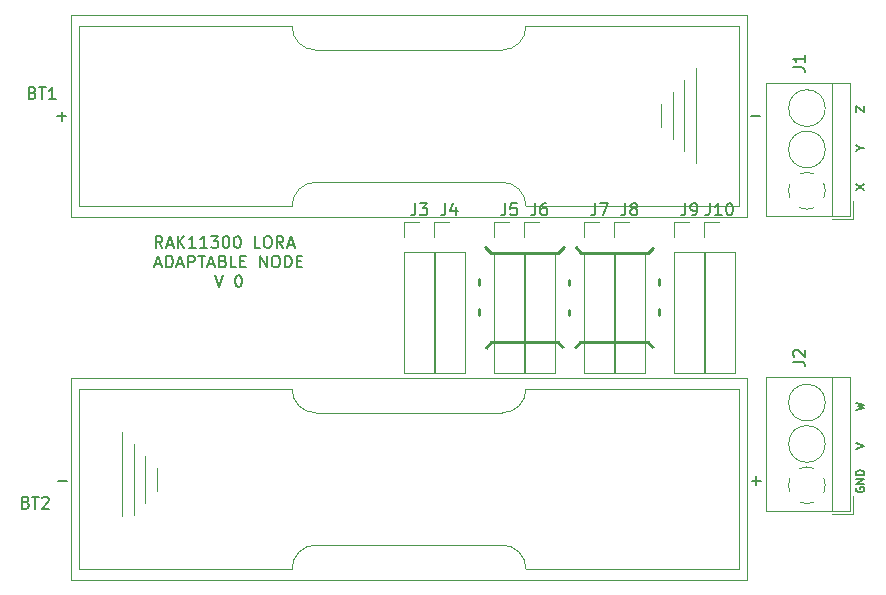
<source format=gbr>
G04 #@! TF.GenerationSoftware,KiCad,Pcbnew,5.1.5+dfsg1-2build2*
G04 #@! TF.CreationDate,2021-12-11T20:18:00-05:00*
G04 #@! TF.ProjectId,RAK11300_LORA_ADAPTABLE_NODE,52414b31-3133-4303-905f-4c4f52415f41,rev?*
G04 #@! TF.SameCoordinates,Original*
G04 #@! TF.FileFunction,Legend,Top*
G04 #@! TF.FilePolarity,Positive*
%FSLAX46Y46*%
G04 Gerber Fmt 4.6, Leading zero omitted, Abs format (unit mm)*
G04 Created by KiCad (PCBNEW 5.1.5+dfsg1-2build2) date 2021-12-11 20:18:00*
%MOMM*%
%LPD*%
G04 APERTURE LIST*
%ADD10C,0.250000*%
%ADD11C,0.150000*%
%ADD12C,0.120000*%
%ADD13C,1.802000*%
%ADD14R,2.102000X2.102000*%
%ADD15C,2.102000*%
%ADD16C,2.742000*%
%ADD17O,1.802000X1.802000*%
%ADD18C,2.502000*%
%ADD19R,2.502000X2.502000*%
%ADD20C,3.102000*%
G04 APERTURE END LIST*
D10*
X150774400Y-120637300D02*
X150317200Y-120180100D01*
X156870400Y-120205500D02*
X156413200Y-120662700D01*
X156438600Y-120637300D02*
X150736300Y-120637300D01*
X149301200Y-120180100D02*
X148844000Y-120637300D01*
X148856700Y-120637300D02*
X143154400Y-120637300D01*
X143129000Y-120637300D02*
X142671800Y-120180100D01*
X156895800Y-128689100D02*
X156438600Y-128231900D01*
X149288500Y-128689100D02*
X148831300Y-128231900D01*
X150736300Y-128231900D02*
X150279100Y-128689100D01*
X143154400Y-128231900D02*
X142697200Y-128689100D01*
X156451300Y-128231900D02*
X150749000Y-128231900D01*
X148844000Y-128231900D02*
X143141700Y-128231900D01*
X157416500Y-125450600D02*
X157416500Y-125933200D01*
X157416500Y-122910600D02*
X157416500Y-123393200D01*
X149796500Y-125463300D02*
X149796500Y-125945900D01*
X149796500Y-122923300D02*
X149796500Y-123405900D01*
X142176500Y-125450600D02*
X142176500Y-125933200D01*
X142176500Y-122910600D02*
X142176500Y-123393200D01*
D11*
X174075000Y-140526666D02*
X174041666Y-140593333D01*
X174041666Y-140693333D01*
X174075000Y-140793333D01*
X174141666Y-140860000D01*
X174208333Y-140893333D01*
X174341666Y-140926666D01*
X174441666Y-140926666D01*
X174575000Y-140893333D01*
X174641666Y-140860000D01*
X174708333Y-140793333D01*
X174741666Y-140693333D01*
X174741666Y-140626666D01*
X174708333Y-140526666D01*
X174675000Y-140493333D01*
X174441666Y-140493333D01*
X174441666Y-140626666D01*
X174741666Y-140193333D02*
X174041666Y-140193333D01*
X174741666Y-139793333D01*
X174041666Y-139793333D01*
X174741666Y-139460000D02*
X174041666Y-139460000D01*
X174041666Y-139293333D01*
X174075000Y-139193333D01*
X174141666Y-139126666D01*
X174208333Y-139093333D01*
X174341666Y-139060000D01*
X174441666Y-139060000D01*
X174575000Y-139093333D01*
X174641666Y-139126666D01*
X174708333Y-139193333D01*
X174741666Y-139293333D01*
X174741666Y-139460000D01*
X174041666Y-137260000D02*
X174741666Y-137026666D01*
X174041666Y-136793333D01*
X174041666Y-133960000D02*
X174741666Y-133793333D01*
X174241666Y-133660000D01*
X174741666Y-133526666D01*
X174041666Y-133360000D01*
X174041666Y-115293333D02*
X174741666Y-114826666D01*
X174041666Y-114826666D02*
X174741666Y-115293333D01*
X174408333Y-111760000D02*
X174741666Y-111760000D01*
X174041666Y-111993333D02*
X174408333Y-111760000D01*
X174041666Y-111526666D01*
X174041666Y-108693333D02*
X174041666Y-108226666D01*
X174741666Y-108693333D01*
X174741666Y-108226666D01*
X115348452Y-120239780D02*
X115015119Y-119763590D01*
X114777023Y-120239780D02*
X114777023Y-119239780D01*
X115157976Y-119239780D01*
X115253214Y-119287400D01*
X115300833Y-119335019D01*
X115348452Y-119430257D01*
X115348452Y-119573114D01*
X115300833Y-119668352D01*
X115253214Y-119715971D01*
X115157976Y-119763590D01*
X114777023Y-119763590D01*
X115729404Y-119954066D02*
X116205595Y-119954066D01*
X115634166Y-120239780D02*
X115967500Y-119239780D01*
X116300833Y-120239780D01*
X116634166Y-120239780D02*
X116634166Y-119239780D01*
X117205595Y-120239780D02*
X116777023Y-119668352D01*
X117205595Y-119239780D02*
X116634166Y-119811209D01*
X118157976Y-120239780D02*
X117586547Y-120239780D01*
X117872261Y-120239780D02*
X117872261Y-119239780D01*
X117777023Y-119382638D01*
X117681785Y-119477876D01*
X117586547Y-119525495D01*
X119110357Y-120239780D02*
X118538928Y-120239780D01*
X118824642Y-120239780D02*
X118824642Y-119239780D01*
X118729404Y-119382638D01*
X118634166Y-119477876D01*
X118538928Y-119525495D01*
X119443690Y-119239780D02*
X120062738Y-119239780D01*
X119729404Y-119620733D01*
X119872261Y-119620733D01*
X119967500Y-119668352D01*
X120015119Y-119715971D01*
X120062738Y-119811209D01*
X120062738Y-120049304D01*
X120015119Y-120144542D01*
X119967500Y-120192161D01*
X119872261Y-120239780D01*
X119586547Y-120239780D01*
X119491309Y-120192161D01*
X119443690Y-120144542D01*
X120681785Y-119239780D02*
X120777023Y-119239780D01*
X120872261Y-119287400D01*
X120919880Y-119335019D01*
X120967500Y-119430257D01*
X121015119Y-119620733D01*
X121015119Y-119858828D01*
X120967500Y-120049304D01*
X120919880Y-120144542D01*
X120872261Y-120192161D01*
X120777023Y-120239780D01*
X120681785Y-120239780D01*
X120586547Y-120192161D01*
X120538928Y-120144542D01*
X120491309Y-120049304D01*
X120443690Y-119858828D01*
X120443690Y-119620733D01*
X120491309Y-119430257D01*
X120538928Y-119335019D01*
X120586547Y-119287400D01*
X120681785Y-119239780D01*
X121634166Y-119239780D02*
X121729404Y-119239780D01*
X121824642Y-119287400D01*
X121872261Y-119335019D01*
X121919880Y-119430257D01*
X121967500Y-119620733D01*
X121967500Y-119858828D01*
X121919880Y-120049304D01*
X121872261Y-120144542D01*
X121824642Y-120192161D01*
X121729404Y-120239780D01*
X121634166Y-120239780D01*
X121538928Y-120192161D01*
X121491309Y-120144542D01*
X121443690Y-120049304D01*
X121396071Y-119858828D01*
X121396071Y-119620733D01*
X121443690Y-119430257D01*
X121491309Y-119335019D01*
X121538928Y-119287400D01*
X121634166Y-119239780D01*
X123634166Y-120239780D02*
X123157976Y-120239780D01*
X123157976Y-119239780D01*
X124157976Y-119239780D02*
X124348452Y-119239780D01*
X124443690Y-119287400D01*
X124538928Y-119382638D01*
X124586547Y-119573114D01*
X124586547Y-119906447D01*
X124538928Y-120096923D01*
X124443690Y-120192161D01*
X124348452Y-120239780D01*
X124157976Y-120239780D01*
X124062738Y-120192161D01*
X123967500Y-120096923D01*
X123919880Y-119906447D01*
X123919880Y-119573114D01*
X123967500Y-119382638D01*
X124062738Y-119287400D01*
X124157976Y-119239780D01*
X125586547Y-120239780D02*
X125253214Y-119763590D01*
X125015119Y-120239780D02*
X125015119Y-119239780D01*
X125396071Y-119239780D01*
X125491309Y-119287400D01*
X125538928Y-119335019D01*
X125586547Y-119430257D01*
X125586547Y-119573114D01*
X125538928Y-119668352D01*
X125491309Y-119715971D01*
X125396071Y-119763590D01*
X125015119Y-119763590D01*
X125967500Y-119954066D02*
X126443690Y-119954066D01*
X125872261Y-120239780D02*
X126205595Y-119239780D01*
X126538928Y-120239780D01*
X114753214Y-121604066D02*
X115229404Y-121604066D01*
X114657976Y-121889780D02*
X114991309Y-120889780D01*
X115324642Y-121889780D01*
X115657976Y-121889780D02*
X115657976Y-120889780D01*
X115896071Y-120889780D01*
X116038928Y-120937400D01*
X116134166Y-121032638D01*
X116181785Y-121127876D01*
X116229404Y-121318352D01*
X116229404Y-121461209D01*
X116181785Y-121651685D01*
X116134166Y-121746923D01*
X116038928Y-121842161D01*
X115896071Y-121889780D01*
X115657976Y-121889780D01*
X116610357Y-121604066D02*
X117086547Y-121604066D01*
X116515119Y-121889780D02*
X116848452Y-120889780D01*
X117181785Y-121889780D01*
X117515119Y-121889780D02*
X117515119Y-120889780D01*
X117896071Y-120889780D01*
X117991309Y-120937400D01*
X118038928Y-120985019D01*
X118086547Y-121080257D01*
X118086547Y-121223114D01*
X118038928Y-121318352D01*
X117991309Y-121365971D01*
X117896071Y-121413590D01*
X117515119Y-121413590D01*
X118372261Y-120889780D02*
X118943690Y-120889780D01*
X118657976Y-121889780D02*
X118657976Y-120889780D01*
X119229404Y-121604066D02*
X119705595Y-121604066D01*
X119134166Y-121889780D02*
X119467500Y-120889780D01*
X119800833Y-121889780D01*
X120467500Y-121365971D02*
X120610357Y-121413590D01*
X120657976Y-121461209D01*
X120705595Y-121556447D01*
X120705595Y-121699304D01*
X120657976Y-121794542D01*
X120610357Y-121842161D01*
X120515119Y-121889780D01*
X120134166Y-121889780D01*
X120134166Y-120889780D01*
X120467500Y-120889780D01*
X120562738Y-120937400D01*
X120610357Y-120985019D01*
X120657976Y-121080257D01*
X120657976Y-121175495D01*
X120610357Y-121270733D01*
X120562738Y-121318352D01*
X120467500Y-121365971D01*
X120134166Y-121365971D01*
X121610357Y-121889780D02*
X121134166Y-121889780D01*
X121134166Y-120889780D01*
X121943690Y-121365971D02*
X122277023Y-121365971D01*
X122419880Y-121889780D02*
X121943690Y-121889780D01*
X121943690Y-120889780D01*
X122419880Y-120889780D01*
X123610357Y-121889780D02*
X123610357Y-120889780D01*
X124181785Y-121889780D01*
X124181785Y-120889780D01*
X124848452Y-120889780D02*
X125038928Y-120889780D01*
X125134166Y-120937400D01*
X125229404Y-121032638D01*
X125277023Y-121223114D01*
X125277023Y-121556447D01*
X125229404Y-121746923D01*
X125134166Y-121842161D01*
X125038928Y-121889780D01*
X124848452Y-121889780D01*
X124753214Y-121842161D01*
X124657976Y-121746923D01*
X124610357Y-121556447D01*
X124610357Y-121223114D01*
X124657976Y-121032638D01*
X124753214Y-120937400D01*
X124848452Y-120889780D01*
X125705595Y-121889780D02*
X125705595Y-120889780D01*
X125943690Y-120889780D01*
X126086547Y-120937400D01*
X126181785Y-121032638D01*
X126229404Y-121127876D01*
X126277023Y-121318352D01*
X126277023Y-121461209D01*
X126229404Y-121651685D01*
X126181785Y-121746923D01*
X126086547Y-121842161D01*
X125943690Y-121889780D01*
X125705595Y-121889780D01*
X126705595Y-121365971D02*
X127038928Y-121365971D01*
X127181785Y-121889780D02*
X126705595Y-121889780D01*
X126705595Y-120889780D01*
X127181785Y-120889780D01*
X119777023Y-122539780D02*
X120110357Y-123539780D01*
X120443690Y-122539780D01*
X121729404Y-122539780D02*
X121824642Y-122539780D01*
X121919880Y-122587400D01*
X121967500Y-122635019D01*
X122015119Y-122730257D01*
X122062738Y-122920733D01*
X122062738Y-123158828D01*
X122015119Y-123349304D01*
X121967500Y-123444542D01*
X121919880Y-123492161D01*
X121824642Y-123539780D01*
X121729404Y-123539780D01*
X121634166Y-123492161D01*
X121586547Y-123444542D01*
X121538928Y-123349304D01*
X121491309Y-123158828D01*
X121491309Y-122920733D01*
X121538928Y-122730257D01*
X121586547Y-122635019D01*
X121634166Y-122587400D01*
X121729404Y-122539780D01*
D12*
X113910000Y-141860000D02*
X113910000Y-137860000D01*
X112910000Y-136860000D02*
X112910000Y-142860000D01*
X111910000Y-143860000D02*
X111910000Y-135860000D01*
X114910000Y-140860000D02*
X114910000Y-138860000D01*
X107600000Y-148365000D02*
X107600000Y-131235000D01*
X107600000Y-131235000D02*
X164840000Y-131235000D01*
X164840000Y-131235000D02*
X164840000Y-148365000D01*
X164840000Y-148365000D02*
X107600000Y-148365000D01*
X164120000Y-147400000D02*
X164120000Y-132200000D01*
X164120000Y-132200000D02*
X146120000Y-132200000D01*
X108320000Y-147400000D02*
X108320000Y-132200000D01*
X164120000Y-147400000D02*
X146120000Y-147400000D01*
X126320000Y-147400000D02*
X108320000Y-147400000D01*
X126320000Y-132200000D02*
X108320000Y-132200000D01*
X146120000Y-132200000D02*
G75*
G02X144120000Y-134200000I-2000000J0D01*
G01*
X128320000Y-134200000D02*
G75*
G02X126320000Y-132200000I0J2000000D01*
G01*
X126320000Y-147400000D02*
G75*
G02X128320000Y-145400000I2000000J0D01*
G01*
X144120000Y-145400000D02*
G75*
G02X146120000Y-147400000I0J-2000000D01*
G01*
X144120000Y-145400000D02*
X128320000Y-145400000D01*
X128320000Y-134200000D02*
X144120000Y-134200000D01*
X158625000Y-118015000D02*
X159955000Y-118015000D01*
X158625000Y-119345000D02*
X158625000Y-118015000D01*
X158625000Y-120615000D02*
X161285000Y-120615000D01*
X161285000Y-120615000D02*
X161285000Y-130835000D01*
X158625000Y-120615000D02*
X158625000Y-130835000D01*
X158625000Y-130835000D02*
X161285000Y-130835000D01*
X153545000Y-118015000D02*
X154875000Y-118015000D01*
X153545000Y-119345000D02*
X153545000Y-118015000D01*
X153545000Y-120615000D02*
X156205000Y-120615000D01*
X156205000Y-120615000D02*
X156205000Y-130835000D01*
X153545000Y-120615000D02*
X153545000Y-130835000D01*
X153545000Y-130835000D02*
X156205000Y-130835000D01*
X151005000Y-118015000D02*
X152335000Y-118015000D01*
X151005000Y-119345000D02*
X151005000Y-118015000D01*
X151005000Y-120615000D02*
X153665000Y-120615000D01*
X153665000Y-120615000D02*
X153665000Y-130835000D01*
X151005000Y-120615000D02*
X151005000Y-130835000D01*
X151005000Y-130835000D02*
X153665000Y-130835000D01*
X145925000Y-118015000D02*
X147255000Y-118015000D01*
X145925000Y-119345000D02*
X145925000Y-118015000D01*
X145925000Y-120615000D02*
X148585000Y-120615000D01*
X148585000Y-120615000D02*
X148585000Y-130835000D01*
X145925000Y-120615000D02*
X145925000Y-130835000D01*
X145925000Y-130835000D02*
X148585000Y-130835000D01*
X143385000Y-118015000D02*
X144715000Y-118015000D01*
X143385000Y-119345000D02*
X143385000Y-118015000D01*
X143385000Y-120615000D02*
X146045000Y-120615000D01*
X146045000Y-120615000D02*
X146045000Y-130835000D01*
X143385000Y-120615000D02*
X143385000Y-130835000D01*
X143385000Y-130835000D02*
X146045000Y-130835000D01*
X138305000Y-118015000D02*
X139635000Y-118015000D01*
X138305000Y-119345000D02*
X138305000Y-118015000D01*
X138305000Y-120615000D02*
X140965000Y-120615000D01*
X140965000Y-120615000D02*
X140965000Y-130835000D01*
X138305000Y-120615000D02*
X138305000Y-130835000D01*
X138305000Y-130835000D02*
X140965000Y-130835000D01*
X135765000Y-118015000D02*
X137095000Y-118015000D01*
X135765000Y-119345000D02*
X135765000Y-118015000D01*
X135765000Y-120615000D02*
X138425000Y-120615000D01*
X138425000Y-120615000D02*
X138425000Y-130835000D01*
X135765000Y-120615000D02*
X135765000Y-130835000D01*
X135765000Y-130835000D02*
X138425000Y-130835000D01*
X161165000Y-118015000D02*
X162495000Y-118015000D01*
X161165000Y-119345000D02*
X161165000Y-118015000D01*
X161165000Y-120615000D02*
X163825000Y-120615000D01*
X163825000Y-120615000D02*
X163825000Y-130835000D01*
X161165000Y-120615000D02*
X161165000Y-130835000D01*
X161165000Y-130835000D02*
X163825000Y-130835000D01*
X173810000Y-117800000D02*
X173810000Y-116300000D01*
X172070000Y-117800000D02*
X173810000Y-117800000D01*
X166450000Y-106240000D02*
X173570000Y-106240000D01*
X166450000Y-117560000D02*
X173570000Y-117560000D01*
X173570000Y-117560000D02*
X173570000Y-106240000D01*
X166450000Y-117560000D02*
X166450000Y-106240000D01*
X172010000Y-117560000D02*
X172010000Y-106240000D01*
X171465000Y-108400000D02*
G75*
G03X171465000Y-108400000I-1555000J0D01*
G01*
X171465000Y-111900000D02*
G75*
G03X171465000Y-111900000I-1555000J0D01*
G01*
X171465492Y-115372989D02*
G75*
G02X171342000Y-116008000I-1555492J-27011D01*
G01*
X170517742Y-116832109D02*
G75*
G02X169302000Y-116832000I-607742J1432109D01*
G01*
X168477891Y-116007742D02*
G75*
G02X168478000Y-114792000I1432109J607742D01*
G01*
X169302258Y-113967891D02*
G75*
G02X170518000Y-113968000I607742J-1432109D01*
G01*
X171341385Y-114792413D02*
G75*
G02X171465000Y-115400000I-1431385J-607587D01*
G01*
X158530000Y-107025000D02*
X158530000Y-111025000D01*
X159530000Y-112025000D02*
X159530000Y-106025000D01*
X160530000Y-105025000D02*
X160530000Y-113025000D01*
X157530000Y-108025000D02*
X157530000Y-110025000D01*
X164840000Y-100520000D02*
X164840000Y-117650000D01*
X164840000Y-117650000D02*
X107600000Y-117650000D01*
X107600000Y-117650000D02*
X107600000Y-100520000D01*
X107600000Y-100520000D02*
X164840000Y-100520000D01*
X108320000Y-101485000D02*
X108320000Y-116685000D01*
X108320000Y-116685000D02*
X126320000Y-116685000D01*
X164120000Y-101485000D02*
X164120000Y-116685000D01*
X108320000Y-101485000D02*
X126320000Y-101485000D01*
X146120000Y-101485000D02*
X164120000Y-101485000D01*
X146120000Y-116685000D02*
X164120000Y-116685000D01*
X126320000Y-116685000D02*
G75*
G02X128320000Y-114685000I2000000J0D01*
G01*
X144120000Y-114685000D02*
G75*
G02X146120000Y-116685000I0J-2000000D01*
G01*
X146120000Y-101485000D02*
G75*
G02X144120000Y-103485000I-2000000J0D01*
G01*
X128320000Y-103485000D02*
G75*
G02X126320000Y-101485000I0J2000000D01*
G01*
X128320000Y-103485000D02*
X144120000Y-103485000D01*
X144120000Y-114685000D02*
X128320000Y-114685000D01*
X173810000Y-142735000D02*
X173810000Y-141235000D01*
X172070000Y-142735000D02*
X173810000Y-142735000D01*
X166450000Y-131175000D02*
X173570000Y-131175000D01*
X166450000Y-142495000D02*
X173570000Y-142495000D01*
X173570000Y-142495000D02*
X173570000Y-131175000D01*
X166450000Y-142495000D02*
X166450000Y-131175000D01*
X172010000Y-142495000D02*
X172010000Y-131175000D01*
X171465000Y-133335000D02*
G75*
G03X171465000Y-133335000I-1555000J0D01*
G01*
X171465000Y-136835000D02*
G75*
G03X171465000Y-136835000I-1555000J0D01*
G01*
X171465492Y-140307989D02*
G75*
G02X171342000Y-140943000I-1555492J-27011D01*
G01*
X170517742Y-141767109D02*
G75*
G02X169302000Y-141767000I-607742J1432109D01*
G01*
X168477891Y-140942742D02*
G75*
G02X168478000Y-139727000I1432109J607742D01*
G01*
X169302258Y-138902891D02*
G75*
G02X170518000Y-138903000I607742J-1432109D01*
G01*
X171341385Y-139727413D02*
G75*
G02X171465000Y-140335000I-1431385J-607587D01*
G01*
D11*
X103786085Y-141787571D02*
X103928942Y-141835190D01*
X103976561Y-141882809D01*
X104024180Y-141978047D01*
X104024180Y-142120904D01*
X103976561Y-142216142D01*
X103928942Y-142263761D01*
X103833704Y-142311380D01*
X103452752Y-142311380D01*
X103452752Y-141311380D01*
X103786085Y-141311380D01*
X103881323Y-141359000D01*
X103928942Y-141406619D01*
X103976561Y-141501857D01*
X103976561Y-141597095D01*
X103928942Y-141692333D01*
X103881323Y-141739952D01*
X103786085Y-141787571D01*
X103452752Y-141787571D01*
X104309895Y-141311380D02*
X104881323Y-141311380D01*
X104595609Y-142311380D02*
X104595609Y-141311380D01*
X105167038Y-141406619D02*
X105214657Y-141359000D01*
X105309895Y-141311380D01*
X105547990Y-141311380D01*
X105643228Y-141359000D01*
X105690847Y-141406619D01*
X105738466Y-141501857D01*
X105738466Y-141597095D01*
X105690847Y-141739952D01*
X105119419Y-142311380D01*
X105738466Y-142311380D01*
X165239047Y-139931428D02*
X166000952Y-139931428D01*
X165620000Y-140312380D02*
X165620000Y-139550476D01*
X106469047Y-139931428D02*
X107230952Y-139931428D01*
X159621666Y-116467380D02*
X159621666Y-117181666D01*
X159574047Y-117324523D01*
X159478809Y-117419761D01*
X159335952Y-117467380D01*
X159240714Y-117467380D01*
X160145476Y-117467380D02*
X160335952Y-117467380D01*
X160431190Y-117419761D01*
X160478809Y-117372142D01*
X160574047Y-117229285D01*
X160621666Y-117038809D01*
X160621666Y-116657857D01*
X160574047Y-116562619D01*
X160526428Y-116515000D01*
X160431190Y-116467380D01*
X160240714Y-116467380D01*
X160145476Y-116515000D01*
X160097857Y-116562619D01*
X160050238Y-116657857D01*
X160050238Y-116895952D01*
X160097857Y-116991190D01*
X160145476Y-117038809D01*
X160240714Y-117086428D01*
X160431190Y-117086428D01*
X160526428Y-117038809D01*
X160574047Y-116991190D01*
X160621666Y-116895952D01*
X154541666Y-116467380D02*
X154541666Y-117181666D01*
X154494047Y-117324523D01*
X154398809Y-117419761D01*
X154255952Y-117467380D01*
X154160714Y-117467380D01*
X155160714Y-116895952D02*
X155065476Y-116848333D01*
X155017857Y-116800714D01*
X154970238Y-116705476D01*
X154970238Y-116657857D01*
X155017857Y-116562619D01*
X155065476Y-116515000D01*
X155160714Y-116467380D01*
X155351190Y-116467380D01*
X155446428Y-116515000D01*
X155494047Y-116562619D01*
X155541666Y-116657857D01*
X155541666Y-116705476D01*
X155494047Y-116800714D01*
X155446428Y-116848333D01*
X155351190Y-116895952D01*
X155160714Y-116895952D01*
X155065476Y-116943571D01*
X155017857Y-116991190D01*
X154970238Y-117086428D01*
X154970238Y-117276904D01*
X155017857Y-117372142D01*
X155065476Y-117419761D01*
X155160714Y-117467380D01*
X155351190Y-117467380D01*
X155446428Y-117419761D01*
X155494047Y-117372142D01*
X155541666Y-117276904D01*
X155541666Y-117086428D01*
X155494047Y-116991190D01*
X155446428Y-116943571D01*
X155351190Y-116895952D01*
X152001666Y-116467380D02*
X152001666Y-117181666D01*
X151954047Y-117324523D01*
X151858809Y-117419761D01*
X151715952Y-117467380D01*
X151620714Y-117467380D01*
X152382619Y-116467380D02*
X153049285Y-116467380D01*
X152620714Y-117467380D01*
X146921666Y-116467380D02*
X146921666Y-117181666D01*
X146874047Y-117324523D01*
X146778809Y-117419761D01*
X146635952Y-117467380D01*
X146540714Y-117467380D01*
X147826428Y-116467380D02*
X147635952Y-116467380D01*
X147540714Y-116515000D01*
X147493095Y-116562619D01*
X147397857Y-116705476D01*
X147350238Y-116895952D01*
X147350238Y-117276904D01*
X147397857Y-117372142D01*
X147445476Y-117419761D01*
X147540714Y-117467380D01*
X147731190Y-117467380D01*
X147826428Y-117419761D01*
X147874047Y-117372142D01*
X147921666Y-117276904D01*
X147921666Y-117038809D01*
X147874047Y-116943571D01*
X147826428Y-116895952D01*
X147731190Y-116848333D01*
X147540714Y-116848333D01*
X147445476Y-116895952D01*
X147397857Y-116943571D01*
X147350238Y-117038809D01*
X144381666Y-116467380D02*
X144381666Y-117181666D01*
X144334047Y-117324523D01*
X144238809Y-117419761D01*
X144095952Y-117467380D01*
X144000714Y-117467380D01*
X145334047Y-116467380D02*
X144857857Y-116467380D01*
X144810238Y-116943571D01*
X144857857Y-116895952D01*
X144953095Y-116848333D01*
X145191190Y-116848333D01*
X145286428Y-116895952D01*
X145334047Y-116943571D01*
X145381666Y-117038809D01*
X145381666Y-117276904D01*
X145334047Y-117372142D01*
X145286428Y-117419761D01*
X145191190Y-117467380D01*
X144953095Y-117467380D01*
X144857857Y-117419761D01*
X144810238Y-117372142D01*
X139301666Y-116467380D02*
X139301666Y-117181666D01*
X139254047Y-117324523D01*
X139158809Y-117419761D01*
X139015952Y-117467380D01*
X138920714Y-117467380D01*
X140206428Y-116800714D02*
X140206428Y-117467380D01*
X139968333Y-116419761D02*
X139730238Y-117134047D01*
X140349285Y-117134047D01*
X136761666Y-116467380D02*
X136761666Y-117181666D01*
X136714047Y-117324523D01*
X136618809Y-117419761D01*
X136475952Y-117467380D01*
X136380714Y-117467380D01*
X137142619Y-116467380D02*
X137761666Y-116467380D01*
X137428333Y-116848333D01*
X137571190Y-116848333D01*
X137666428Y-116895952D01*
X137714047Y-116943571D01*
X137761666Y-117038809D01*
X137761666Y-117276904D01*
X137714047Y-117372142D01*
X137666428Y-117419761D01*
X137571190Y-117467380D01*
X137285476Y-117467380D01*
X137190238Y-117419761D01*
X137142619Y-117372142D01*
X161685476Y-116467380D02*
X161685476Y-117181666D01*
X161637857Y-117324523D01*
X161542619Y-117419761D01*
X161399761Y-117467380D01*
X161304523Y-117467380D01*
X162685476Y-117467380D02*
X162114047Y-117467380D01*
X162399761Y-117467380D02*
X162399761Y-116467380D01*
X162304523Y-116610238D01*
X162209285Y-116705476D01*
X162114047Y-116753095D01*
X163304523Y-116467380D02*
X163399761Y-116467380D01*
X163495000Y-116515000D01*
X163542619Y-116562619D01*
X163590238Y-116657857D01*
X163637857Y-116848333D01*
X163637857Y-117086428D01*
X163590238Y-117276904D01*
X163542619Y-117372142D01*
X163495000Y-117419761D01*
X163399761Y-117467380D01*
X163304523Y-117467380D01*
X163209285Y-117419761D01*
X163161666Y-117372142D01*
X163114047Y-117276904D01*
X163066428Y-117086428D01*
X163066428Y-116848333D01*
X163114047Y-116657857D01*
X163161666Y-116562619D01*
X163209285Y-116515000D01*
X163304523Y-116467380D01*
X168727380Y-104938333D02*
X169441666Y-104938333D01*
X169584523Y-104985952D01*
X169679761Y-105081190D01*
X169727380Y-105224047D01*
X169727380Y-105319285D01*
X169727380Y-103938333D02*
X169727380Y-104509761D01*
X169727380Y-104224047D02*
X168727380Y-104224047D01*
X168870238Y-104319285D01*
X168965476Y-104414523D01*
X169013095Y-104509761D01*
X104354285Y-107108571D02*
X104497142Y-107156190D01*
X104544761Y-107203809D01*
X104592380Y-107299047D01*
X104592380Y-107441904D01*
X104544761Y-107537142D01*
X104497142Y-107584761D01*
X104401904Y-107632380D01*
X104020952Y-107632380D01*
X104020952Y-106632380D01*
X104354285Y-106632380D01*
X104449523Y-106680000D01*
X104497142Y-106727619D01*
X104544761Y-106822857D01*
X104544761Y-106918095D01*
X104497142Y-107013333D01*
X104449523Y-107060952D01*
X104354285Y-107108571D01*
X104020952Y-107108571D01*
X104878095Y-106632380D02*
X105449523Y-106632380D01*
X105163809Y-107632380D02*
X105163809Y-106632380D01*
X106306666Y-107632380D02*
X105735238Y-107632380D01*
X106020952Y-107632380D02*
X106020952Y-106632380D01*
X105925714Y-106775238D01*
X105830476Y-106870476D01*
X105735238Y-106918095D01*
X106439047Y-109096428D02*
X107200952Y-109096428D01*
X106820000Y-109477380D02*
X106820000Y-108715476D01*
X165209047Y-109096428D02*
X165970952Y-109096428D01*
X168727380Y-129873333D02*
X169441666Y-129873333D01*
X169584523Y-129920952D01*
X169679761Y-130016190D01*
X169727380Y-130159047D01*
X169727380Y-130254285D01*
X168822619Y-129444761D02*
X168775000Y-129397142D01*
X168727380Y-129301904D01*
X168727380Y-129063809D01*
X168775000Y-128968571D01*
X168822619Y-128920952D01*
X168917857Y-128873333D01*
X169013095Y-128873333D01*
X169155952Y-128920952D01*
X169727380Y-129492380D01*
X169727380Y-128873333D01*
%LPC*%
D13*
X157415000Y-129505000D03*
X157415000Y-126965000D03*
X157415000Y-124425000D03*
X157415000Y-121885000D03*
X157415000Y-119345000D03*
X149795000Y-129505000D03*
X149795000Y-126965000D03*
X149795000Y-124425000D03*
X149795000Y-121885000D03*
X149795000Y-119345000D03*
X142175000Y-129505000D03*
X142175000Y-126965000D03*
X142175000Y-124425000D03*
X142175000Y-121885000D03*
X142175000Y-119345000D03*
D14*
X162220000Y-139800000D03*
D15*
X110230000Y-139800000D03*
D16*
X112990000Y-133805000D03*
X159470000Y-145795000D03*
D17*
X159955000Y-129505000D03*
X159955000Y-126965000D03*
X159955000Y-124425000D03*
X159955000Y-121885000D03*
D13*
X159955000Y-119345000D03*
D17*
X154875000Y-129505000D03*
X154875000Y-126965000D03*
X154875000Y-124425000D03*
X154875000Y-121885000D03*
D13*
X154875000Y-119345000D03*
D17*
X152335000Y-129505000D03*
X152335000Y-126965000D03*
X152335000Y-124425000D03*
X152335000Y-121885000D03*
D13*
X152335000Y-119345000D03*
D17*
X147255000Y-129505000D03*
X147255000Y-126965000D03*
X147255000Y-124425000D03*
X147255000Y-121885000D03*
D13*
X147255000Y-119345000D03*
D17*
X144715000Y-129505000D03*
X144715000Y-126965000D03*
X144715000Y-124425000D03*
X144715000Y-121885000D03*
D13*
X144715000Y-119345000D03*
D17*
X139635000Y-129505000D03*
X139635000Y-126965000D03*
X139635000Y-124425000D03*
X139635000Y-121885000D03*
D13*
X139635000Y-119345000D03*
D17*
X137095000Y-129505000D03*
X137095000Y-126965000D03*
X137095000Y-124425000D03*
X137095000Y-121885000D03*
D13*
X137095000Y-119345000D03*
D17*
X162495000Y-129505000D03*
X162495000Y-126965000D03*
X162495000Y-124425000D03*
X162495000Y-121885000D03*
D13*
X162495000Y-119345000D03*
D18*
X169910000Y-108400000D03*
X169910000Y-111900000D03*
D19*
X169910000Y-115400000D03*
D15*
X110220000Y-109085000D03*
X162210000Y-109085000D03*
D16*
X159450000Y-115080000D03*
X112970000Y-103090000D03*
D18*
X169910000Y-133335000D03*
X169910000Y-136835000D03*
D19*
X169910000Y-140335000D03*
D20*
X105500000Y-124500000D03*
X112500000Y-144500000D03*
X162500000Y-104500000D03*
X169500000Y-124500000D03*
M02*

</source>
